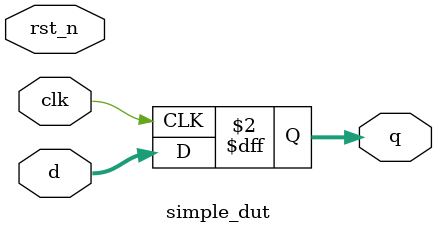
<source format=sv>
`timescale 1ns/1ps
module simple_dut(input clk, rst_n, input [7:0] d, output reg [7:0] q);
    always @(posedge clk) q <= d;
endmodule

</source>
